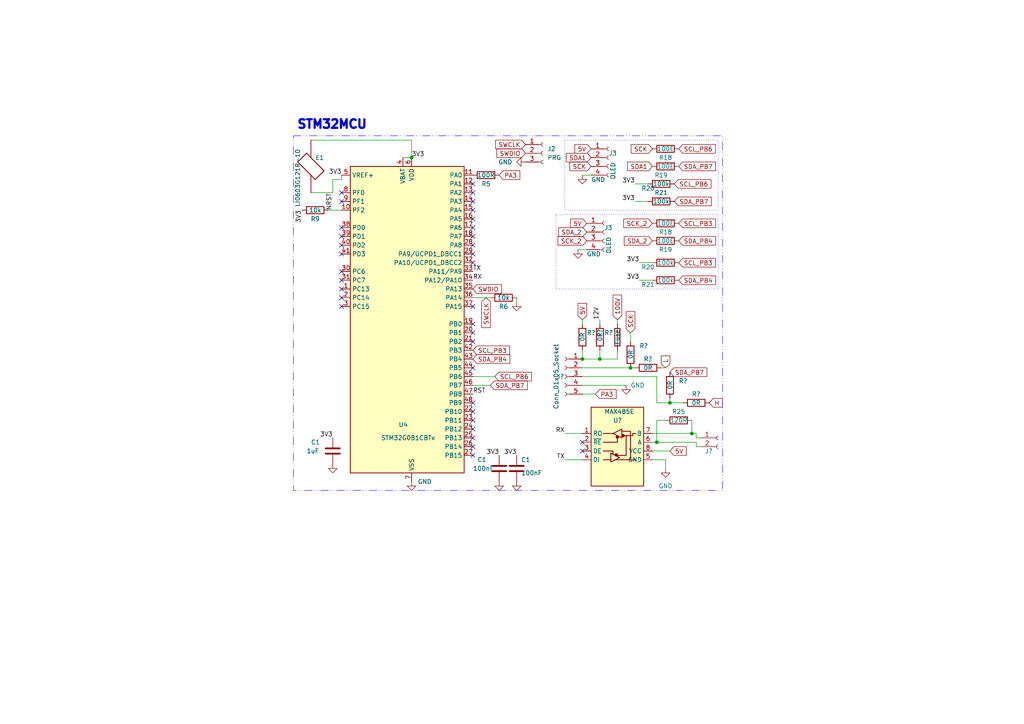
<source format=kicad_sch>
(kicad_sch (version 20230121) (generator eeschema)
  (paper "A4")
  (lib_symbols
    (symbol "Connector:Conn_01x02_Socket" (pin_names (offset 1.016) hide)
      (property "Reference" "J" (at 0 2.54 0))
      (property "Value" "Conn_01x02_Socket" (at 0 -5.08 0))
      (symbol "Conn_01x02_Socket_1_1"
        (arc (start 0 -2.032) (mid -0.5058 -2.54) (end 0 -3.048) (stroke (width 0.1524)))
        (polyline (pts (xy -1.27 -2.54) (xy -0.508 -2.54)) (stroke (width 0.1524)))
        (polyline (pts (xy -1.27 0) (xy -0.508 0)) (stroke (width 0.1524)))
        (arc (start 0 0.508) (mid -0.5058 0) (end 0 -0.508) (stroke (width 0.1524)))
        (pin passive line (at -5.08 0 0) (length 3.81) (name "Pin_1") (number "1"))
        (pin passive line (at -5.08 -2.54 0) (length 3.81) (name "Pin_2") (number "2"))
      )
    )
    (symbol "Connector:Conn_01x03_Socket" (pin_names (offset 1.016) hide)
      (property "Reference" "J" (at 0 5.08 0))
      (property "Value" "Conn_01x03_Socket" (at 0 -5.08 0))
      (symbol "Conn_01x03_Socket_1_1"
        (arc (start 0 -2.032) (mid -0.5058 -2.54) (end 0 -3.048) (stroke (width 0.1524)))
        (polyline (pts (xy -1.27 -2.54) (xy -0.508 -2.54)) (stroke (width 0.1524)))
        (polyline (pts (xy -1.27 0) (xy -0.508 0)) (stroke (width 0.1524)))
        (polyline (pts (xy -1.27 2.54) (xy -0.508 2.54)) (stroke (width 0.1524)))
        (arc (start 0 0.508) (mid -0.5058 0) (end 0 -0.508) (stroke (width 0.1524)))
        (arc (start 0 3.048) (mid -0.5058 2.54) (end 0 2.032) (stroke (width 0.1524)))
        (pin passive line (at -5.08 2.54 0) (length 3.81) (name "Pin_1") (number "1"))
        (pin passive line (at -5.08 0 0) (length 3.81) (name "Pin_2") (number "2"))
        (pin passive line (at -5.08 -2.54 0) (length 3.81) (name "Pin_3") (number "3"))
      )
    )
    (symbol "Connector:Conn_01x04_Socket" (pin_names (offset 1.016) hide)
      (property "Reference" "J" (at 0 5.08 0))
      (property "Value" "Conn_01x04_Socket" (at 0 -7.62 0))
      (symbol "Conn_01x04_Socket_1_1"
        (arc (start 0 -4.572) (mid -0.5058 -5.08) (end 0 -5.588) (stroke (width 0.1524)))
        (arc (start 0 -2.032) (mid -0.5058 -2.54) (end 0 -3.048) (stroke (width 0.1524)))
        (polyline (pts (xy -1.27 -5.08) (xy -0.508 -5.08)) (stroke (width 0.1524)))
        (polyline (pts (xy -1.27 -2.54) (xy -0.508 -2.54)) (stroke (width 0.1524)))
        (polyline (pts (xy -1.27 0) (xy -0.508 0)) (stroke (width 0.1524)))
        (polyline (pts (xy -1.27 2.54) (xy -0.508 2.54)) (stroke (width 0.1524)))
        (arc (start 0 0.508) (mid -0.5058 0) (end 0 -0.508) (stroke (width 0.1524)))
        (arc (start 0 3.048) (mid -0.5058 2.54) (end 0 2.032) (stroke (width 0.1524)))
        (pin passive line (at -5.08 2.54 0) (length 3.81) (name "Pin_1") (number "1"))
        (pin passive line (at -5.08 0 0) (length 3.81) (name "Pin_2") (number "2"))
        (pin passive line (at -5.08 -2.54 0) (length 3.81) (name "Pin_3") (number "3"))
        (pin passive line (at -5.08 -5.08 0) (length 3.81) (name "Pin_4") (number "4"))
      )
    )
    (symbol "Connector:Conn_01x05_Socket" (pin_names (offset 1.016) hide)
      (property "Reference" "J" (at 0 7.62 0))
      (property "Value" "Conn_01x05_Socket" (at 0 -7.62 0))
      (symbol "Conn_01x05_Socket_1_1"
        (arc (start 0 -4.572) (mid -0.5058 -5.08) (end 0 -5.588) (stroke (width 0.1524)))
        (arc (start 0 -2.032) (mid -0.5058 -2.54) (end 0 -3.048) (stroke (width 0.1524)))
        (polyline (pts (xy -1.27 -5.08) (xy -0.508 -5.08)) (stroke (width 0.1524)))
        (polyline (pts (xy -1.27 -2.54) (xy -0.508 -2.54)) (stroke (width 0.1524)))
        (polyline (pts (xy -1.27 0) (xy -0.508 0)) (stroke (width 0.1524)))
        (polyline (pts (xy -1.27 2.54) (xy -0.508 2.54)) (stroke (width 0.1524)))
        (polyline (pts (xy -1.27 5.08) (xy -0.508 5.08)) (stroke (width 0.1524)))
        (arc (start 0 0.508) (mid -0.5058 0) (end 0 -0.508) (stroke (width 0.1524)))
        (arc (start 0 3.048) (mid -0.5058 2.54) (end 0 2.032) (stroke (width 0.1524)))
        (arc (start 0 5.588) (mid -0.5058 5.08) (end 0 4.572) (stroke (width 0.1524)))
        (pin passive line (at -5.08 5.08 0) (length 3.81) (name "Pin_1") (number "1"))
        (pin passive line (at -5.08 2.54 0) (length 3.81) (name "Pin_2") (number "2"))
        (pin passive line (at -5.08 0 0) (length 3.81) (name "Pin_3") (number "3"))
        (pin passive line (at -5.08 -2.54 0) (length 3.81) (name "Pin_4") (number "4"))
        (pin passive line (at -5.08 -5.08 0) (length 3.81) (name "Pin_5") (number "5"))
      )
    )
    (symbol "Device:C" (pin_numbers hide) (pin_names (offset 0.254))
      (property "Reference" "C" (at 0.635 2.54 0))
      (property "Value" "C" (at 0.635 -2.54 0))
      (symbol "C_0_1"
        (polyline (pts (xy -2.032 -0.762) (xy 2.032 -0.762)) (stroke (width 0.508)))
        (polyline (pts (xy -2.032 0.762) (xy 2.032 0.762)) (stroke (width 0.508)))
      )
      (symbol "C_1_1"
        (pin passive line (at 0 3.81 270) (length 2.794) (name "~") (number "1"))
        (pin passive line (at 0 -3.81 90) (length 2.794) (name "~") (number "2"))
      )
    )
    (symbol "Device:Fuse" (pin_numbers hide) (pin_names (offset 0))
      (property "Reference" "F" (at 2.032 0 90))
      (property "Value" "Fuse" (at -1.905 0 90))
      (symbol "Fuse_0_1"
        (rectangle (start -0.762 -2.54) (end 0.762 2.54) (stroke (width 0.254)))
        (polyline (pts (xy 0 2.54) (xy 0 -2.54)))
      )
      (symbol "Fuse_1_1"
        (pin passive line (at 0 3.81 270) (length 1.27) (name "~") (number "1"))
        (pin passive line (at 0 -3.81 90) (length 1.27) (name "~") (number "2"))
      )
    )
    (symbol "Device:R" (pin_numbers hide) (pin_names (offset 0))
      (property "Reference" "R" (at 2.032 0 90))
      (property "Value" "R" (at 0 0 90))
      (symbol "R_0_1"
        (rectangle (start -1.016 -2.54) (end 1.016 2.54) (stroke (width 0.254)))
      )
      (symbol "R_1_1"
        (pin passive line (at 0 3.81 270) (length 1.27) (name "~") (number "1"))
        (pin passive line (at 0 -3.81 90) (length 1.27) (name "~") (number "2"))
      )
    )
    (symbol "Interface_UART:MAX485E"
      (property "Reference" "U2" (at -3.81 11.43 0))
      (property "Value" "MAX485E" (at -1.27 11.43 0))
      (symbol "MAX485E_0_1"
        (rectangle (start -7.62 10.16) (end 7.62 -12.7) (stroke (width 0.254)) (fill (type background)))
        (circle (center -0.3048 -3.683) (radius 0.3556) (stroke (width 0.254)) (fill (type outline)))
        (circle (center -0.0254 1.4986) (radius 0.3556) (stroke (width 0.254)) (fill (type outline)))
        (polyline (pts (xy -4.064 -5.08) (xy -1.905 -5.08)) (stroke (width 0.254)))
        (polyline (pts (xy -4.064 2.54) (xy -1.27 2.54)) (stroke (width 0.254)))
        (polyline (pts (xy -1.27 -3.2004) (xy -1.27 -3.4544)) (stroke (width 0.254)))
        (polyline (pts (xy -0.635 -5.08) (xy 5.334 -5.08)) (stroke (width 0.254)))
        (polyline (pts (xy -4.064 -2.54) (xy -1.27 -2.54) (xy -1.27 -3.175)) (stroke (width 0.254)))
        (polyline (pts (xy 0 1.27) (xy 0 0) (xy -4.064 0)) (stroke (width 0.254)))
        (polyline (pts (xy 1.27 3.175) (xy 3.81 3.175) (xy 3.81 -5.08)) (stroke (width 0.254)))
        (polyline (pts (xy 2.54 1.905) (xy 2.54 -3.81) (xy 0 -3.81)) (stroke (width 0.254)))
        (polyline (pts (xy -1.905 -3.175) (xy -1.905 -5.715) (xy 0.635 -4.445) (xy -1.905 -3.175)) (stroke (width 0.254)))
        (polyline (pts (xy -1.27 2.54) (xy 1.27 3.81) (xy 1.27 1.27) (xy -1.27 2.54)) (stroke (width 0.254)))
        (polyline (pts (xy 1.905 1.905) (xy 4.445 1.905) (xy 4.445 2.54) (xy 5.334 2.54)) (stroke (width 0.254)))
        (rectangle (start 1.27 3.175) (end 1.27 3.175))
        (circle (center 1.651 1.905) (radius 0.3556) (stroke (width 0.254)) (fill (type outline)))
      )
      (symbol "MAX485E_1_1"
        (pin input line (at -10.16 2.54 0) (length 2.54) (name "RO") (number "1"))
        (pin input line (at -10.16 0 0) (length 2.54) (name "~{RE}") (number "2"))
        (pin input line (at -10.16 -2.54 0) (length 2.54) (name "DE") (number "3"))
        (pin input line (at -10.16 -5.08 0) (length 2.54) (name "DI") (number "4"))
        (pin power_in line (at 10.16 -5.08 180) (length 2.54) (name "GND") (number "5"))
        (pin bidirectional line (at 10.16 0 180) (length 2.54) (name "A") (number "6"))
        (pin bidirectional line (at 10.16 2.54 180) (length 2.54) (name "B") (number "7"))
        (pin input line (at 10.16 -2.54 180) (length 2.54) (name "VCC") (number "8"))
      )
    )
    (symbol "LI0603G121R-10:LI0603G121R-10" (pin_numbers hide) (pin_names (offset 1.016) hide)
      (property "Reference" "E" (at -7.62 5.08 0))
      (property "Value" "LI0603G121R-10" (at -7.62 -7.62 0))
      (symbol "LI0603G121R-10_0_0"
        (polyline (pts (xy -3.81 -1.27) (xy -1.27 -3.81)) (stroke (width 0.254)))
        (polyline (pts (xy -1.27 -3.81) (xy 3.81 1.27)) (stroke (width 0.254)))
        (polyline (pts (xy 1.27 3.81) (xy -3.81 -1.27)) (stroke (width 0.254)))
        (polyline (pts (xy 3.81 1.27) (xy 1.27 3.81)) (stroke (width 0.254)))
        (pin passive line (at -7.62 0 0) (length 5.08) (name "~") (number "1"))
        (pin passive line (at 7.62 0 180) (length 5.08) (name "~") (number "2"))
      )
    )
    (symbol "MCU_ST_STM32G0:STM32G0B1CBTx"
      (property "Reference" "U" (at -15.24 46.99 0))
      (property "Value" "STM32G0B1CBTx" (at 5.08 46.99 0))
      (symbol "STM32G0B1CBTx_0_1"
        (rectangle (start -15.24 -43.18) (end 17.78 45.72) (stroke (width 0.254)) (fill (type background)))
      )
      (symbol "STM32G0B1CBTx_1_1"
        (pin bidirectional line (at -17.78 10.16 0) (length 2.54) (name "PC13") (number "1"))
        (pin bidirectional line (at -17.78 33.02 0) (length 2.54) (name "PF2") (number "10"))
        (pin bidirectional line (at 20.32 43.18 180) (length 2.54) (name "PA0") (number "11"))
        (pin bidirectional line (at 20.32 40.64 180) (length 2.54) (name "PA1") (number "12"))
        (pin bidirectional line (at 20.32 38.1 180) (length 2.54) (name "PA2") (number "13"))
        (pin bidirectional line (at 20.32 35.56 180) (length 2.54) (name "PA3") (number "14"))
        (pin bidirectional line (at 20.32 33.02 180) (length 2.54) (name "PA4") (number "15"))
        (pin bidirectional line (at 20.32 30.48 180) (length 2.54) (name "PA5") (number "16"))
        (pin bidirectional line (at 20.32 27.94 180) (length 2.54) (name "PA6") (number "17"))
        (pin bidirectional line (at 20.32 25.4 180) (length 2.54) (name "PA7") (number "18"))
        (pin bidirectional line (at 20.32 0 180) (length 2.54) (name "PB0") (number "19"))
        (pin bidirectional line (at -17.78 7.62 0) (length 2.54) (name "PC14") (number "2"))
        (pin bidirectional line (at 20.32 -2.54 180) (length 2.54) (name "PB1") (number "20"))
        (pin bidirectional line (at 20.32 -5.08 180) (length 2.54) (name "PB2") (number "21"))
        (pin bidirectional line (at 20.32 -25.4 180) (length 2.54) (name "PB10") (number "22"))
        (pin bidirectional line (at 20.32 -27.94 180) (length 2.54) (name "PB11") (number "23"))
        (pin bidirectional line (at 20.32 -30.48 180) (length 2.54) (name "PB12") (number "24"))
        (pin bidirectional line (at 20.32 -33.02 180) (length 2.54) (name "PB13") (number "25"))
        (pin bidirectional line (at 20.32 -35.56 180) (length 2.54) (name "PB14") (number "26"))
        (pin bidirectional line (at 20.32 -38.1 180) (length 2.54) (name "PB15") (number "27"))
        (pin bidirectional line (at 20.32 22.86 180) (length 2.54) (name "PA8") (number "28"))
        (pin bidirectional line (at 20.32 20.32 180) (length 2.54) (name "PA9/UCPD1_DBCC1") (number "29"))
        (pin bidirectional line (at -17.78 5.08 0) (length 2.54) (name "PC15") (number "3"))
        (pin bidirectional line (at -17.78 15.24 0) (length 2.54) (name "PC6") (number "30"))
        (pin bidirectional line (at -17.78 12.7 0) (length 2.54) (name "PC7") (number "31"))
        (pin bidirectional line (at 20.32 17.78 180) (length 2.54) (name "PA10/UCPD1_DBCC2") (number "32"))
        (pin bidirectional line (at 20.32 15.24 180) (length 2.54) (name "PA11/PA9") (number "33"))
        (pin bidirectional line (at 20.32 12.7 180) (length 2.54) (name "PA12/PA10") (number "34"))
        (pin bidirectional line (at 20.32 10.16 180) (length 2.54) (name "PA13") (number "35"))
        (pin bidirectional line (at 20.32 7.62 180) (length 2.54) (name "PA14") (number "36"))
        (pin bidirectional line (at 20.32 5.08 180) (length 2.54) (name "PA15") (number "37"))
        (pin bidirectional line (at -17.78 27.94 0) (length 2.54) (name "PD0") (number "38"))
        (pin bidirectional line (at -17.78 25.4 0) (length 2.54) (name "PD1") (number "39"))
        (pin power_in line (at 0 48.26 270) (length 2.54) (name "VBAT") (number "4"))
        (pin bidirectional line (at -17.78 22.86 0) (length 2.54) (name "PD2") (number "40"))
        (pin bidirectional line (at -17.78 20.32 0) (length 2.54) (name "PD3") (number "41"))
        (pin bidirectional line (at 20.32 -7.62 180) (length 2.54) (name "PB3") (number "42"))
        (pin bidirectional line (at 20.32 -10.16 180) (length 2.54) (name "PB4") (number "43"))
        (pin bidirectional line (at 20.32 -12.7 180) (length 2.54) (name "PB5") (number "44"))
        (pin bidirectional line (at 20.32 -15.24 180) (length 2.54) (name "PB6") (number "45"))
        (pin bidirectional line (at 20.32 -17.78 180) (length 2.54) (name "PB7") (number "46"))
        (pin bidirectional line (at 20.32 -20.32 180) (length 2.54) (name "PB8") (number "47"))
        (pin bidirectional line (at 20.32 -22.86 180) (length 2.54) (name "PB9") (number "48"))
        (pin input line (at -17.78 43.18 0) (length 2.54) (name "VREF+") (number "5"))
        (pin power_in line (at 2.54 48.26 270) (length 2.54) (name "VDD") (number "6"))
        (pin power_in line (at 2.54 -45.72 90) (length 2.54) (name "VSS") (number "7"))
        (pin bidirectional line (at -17.78 38.1 0) (length 2.54) (name "PF0") (number "8"))
        (pin bidirectional line (at -17.78 35.56 0) (length 2.54) (name "PF1") (number "9"))
      )
    )
    (symbol "power:GND" (power) (pin_names (offset 0))
      (property "Value" "GND" (at 0 -3.81 0))
      (symbol "GND_0_1"
        (polyline (pts (xy 0 0) (xy 0 -1.27) (xy 1.27 -1.27) (xy 0 -2.54) (xy -1.27 -1.27) (xy 0 -1.27)))
      )
      (symbol "GND_1_1"
        (pin power_in line (at 0 0 270) (length 0) hide (name "GND") (number "1"))
      )
    )
  )
  (junction (at 182.88 106.68))
  (junction (at 190.5 128.27))
  (junction (at 119.38 45.72))
  (junction (at 173.99 104.14))
  (junction (at 200.66 125.73))
  (junction (at 194.31 116.84))
  (junction (at 168.91 104.14))
  (no_connect (at 99.06 66.04))
  (no_connect (at 137.16 99.06))
  (no_connect (at 137.16 76.2))
  (no_connect (at 168.91 130.81))
  (no_connect (at 137.16 55.88))
  (no_connect (at 137.16 106.68))
  (no_connect (at 99.06 71.12))
  (no_connect (at 137.16 71.12))
  (no_connect (at 137.16 124.46))
  (no_connect (at 99.06 58.42))
  (no_connect (at 137.16 73.66))
  (no_connect (at 137.16 63.5))
  (no_connect (at 137.16 129.54))
  (no_connect (at 99.06 55.88))
  (no_connect (at 137.16 132.08))
  (no_connect (at 99.06 83.82))
  (no_connect (at 99.06 88.9))
  (no_connect (at 99.06 68.58))
  (no_connect (at 137.16 53.34))
  (no_connect (at 99.06 73.66))
  (no_connect (at 137.16 60.96))
  (no_connect (at 168.91 128.27))
  (no_connect (at 137.16 116.84))
  (no_connect (at 137.16 58.42))
  (no_connect (at 99.06 81.28))
  (no_connect (at 137.16 121.92))
  (no_connect (at 99.06 86.36))
  (no_connect (at 137.16 96.52))
  (no_connect (at 137.16 93.98))
  (no_connect (at 137.16 127))
  (no_connect (at 137.16 88.9))
  (no_connect (at 137.16 68.58))
  (no_connect (at 99.06 78.74))
  (no_connect (at 137.16 66.04))
  (no_connect (at 137.16 119.38))
  (wire (pts (xy 194.31 116.84) (xy 194.31 115.57)))
  (wire (pts (xy 168.91 106.68) (xy 182.88 106.68)))
  (wire (pts (xy 90.17 55.88) (xy 96.52 55.88)))
  (wire (pts (xy 173.99 92.71) (xy 173.99 93.98)))
  (wire (pts (xy 96.52 52.07) (xy 99.06 52.07)))
  (wire (pts (xy 193.04 121.92) (xy 190.5 121.92)))
  (wire (pts (xy 96.52 55.88) (xy 96.52 52.07)))
  (wire (pts (xy 201.93 129.54) (xy 203.2 129.54)))
  (wire (pts (xy 179.07 104.14) (xy 173.99 104.14)))
  (wire (pts (xy 168.91 50.8) (xy 171.45 50.8)))
  (wire (pts (xy 185.42 81.28) (xy 189.23 81.28)))
  (wire (pts (xy 190.5 109.22) (xy 190.5 116.84)))
  (wire (pts (xy 179.07 101.6) (xy 179.07 104.14)))
  (wire (pts (xy 173.99 104.14) (xy 168.91 104.14)))
  (wire (pts (xy 193.04 133.35) (xy 193.04 135.89)))
  (wire (pts (xy 181.61 111.76) (xy 168.91 111.76)))
  (wire (pts (xy 167.64 72.39) (xy 170.18 72.39)))
  (wire (pts (xy 189.23 125.73) (xy 200.66 125.73)))
  (wire (pts (xy 189.23 133.35) (xy 193.04 133.35)))
  (wire (pts (xy 149.86 87.63) (xy 149.86 86.36)))
  (wire (pts (xy 189.23 128.27) (xy 190.5 128.27)))
  (wire (pts (xy 168.91 114.3) (xy 172.72 114.3)))
  (wire (pts (xy 190.5 128.27) (xy 201.93 128.27)))
  (wire (pts (xy 119.38 40.64) (xy 119.38 45.72)))
  (wire (pts (xy 168.91 109.22) (xy 190.5 109.22)))
  (wire (pts (xy 194.31 116.84) (xy 198.12 116.84)))
  (wire (pts (xy 200.66 121.92) (xy 200.66 125.73)))
  (wire (pts (xy 200.66 125.73) (xy 201.93 125.73)))
  (wire (pts (xy 184.15 58.42) (xy 187.96 58.42)))
  (wire (pts (xy 143.51 109.22) (xy 137.16 109.22)))
  (wire (pts (xy 95.25 60.96) (xy 99.06 60.96)))
  (wire (pts (xy 173.99 101.6) (xy 173.99 104.14)))
  (wire (pts (xy 191.77 106.68) (xy 193.04 106.68)))
  (wire (pts (xy 163.83 133.35) (xy 168.91 133.35)))
  (wire (pts (xy 182.88 106.68) (xy 184.15 106.68)))
  (wire (pts (xy 190.5 116.84) (xy 194.31 116.84)))
  (wire (pts (xy 185.42 76.2) (xy 189.23 76.2)))
  (wire (pts (xy 179.07 92.71) (xy 179.07 93.98)))
  (wire (pts (xy 189.23 130.81) (xy 194.31 130.81)))
  (wire (pts (xy 168.91 92.71) (xy 168.91 93.98)))
  (wire (pts (xy 182.88 96.52) (xy 182.88 99.06)))
  (wire (pts (xy 90.17 40.64) (xy 119.38 40.64)))
  (wire (pts (xy 168.91 101.6) (xy 168.91 104.14)))
  (wire (pts (xy 190.5 121.92) (xy 190.5 128.27)))
  (wire (pts (xy 119.38 45.72) (xy 116.84 45.72)))
  (wire (pts (xy 163.83 125.73) (xy 168.91 125.73)))
  (wire (pts (xy 142.24 86.36) (xy 137.16 86.36)))
  (wire (pts (xy 201.93 128.27) (xy 201.93 129.54)))
  (wire (pts (xy 184.15 53.34) (xy 187.96 53.34)))
  (wire (pts (xy 142.24 111.76) (xy 137.16 111.76)))
  (wire (pts (xy 99.06 52.07) (xy 99.06 50.8)))
  (wire (pts (xy 201.93 127) (xy 203.2 127)))
  (wire (pts (xy 201.93 125.73) (xy 201.93 127)))
  (rectangle (start 161.29 62.23) (end 208.28 83.82) (stroke (width 0) (type dot)))
  (rectangle (start 85.09 39.37) (end 209.55 142.24) (stroke (width 0.2) (type dash_dot_dot) (color 102 74 255 1)))
  (rectangle (start 163.83 40.64) (end 208.28 60.96) (stroke (width 0) (type dot)))
  (text "STM32MCU\n\n\n" (at 106.68 45.72 0) (effects (font (size 2.5 2.5) (thickness 0.65) bold) (justify right bottom)))
  (label "TX" (at 163.83 133.35 180))
  (label "12V" (at 173.99 92.71 90))
  (label "3V3" (at 185.42 76.2 180))
  (label "3V3" (at 144.78 132.08 180))
  (label "3V3" (at 119.38 45.72 0))
  (label "3V3" (at 184.15 53.34 180))
  (label "RX" (at 137.16 81.28 0))
  (label "3V3" (at 185.42 81.28 180))
  (label "RX" (at 163.83 125.73 180))
  (label "RST" (at 137.16 114.3 0))
  (label "3V3" (at 184.15 58.42 180))
  (label "3V3" (at 87.63 60.96 270))
  (label "NRST" (at 96.52 60.96 90))
  (label "3V3" (at 149.86 132.08 180))
  (label "3V3" (at 96.52 127 180))
  (label "3V3" (at 99.06 50.8 180))
  (label "TX" (at 137.16 78.74 0))
  (global_label "SDA_PB7" (shape input) (at 196.85 48.26 0) (property "Intersheetrefs" "${INTERSHEET_REFS}" (effects hide)))
  (global_label "SCL_PB3" (shape input) (at 196.85 76.2 0) (property "Intersheetrefs" "${INTERSHEET_REFS}" (effects hide)))
  (global_label "5V" (shape input) (at 171.45 43.18 180) (property "Intersheetrefs" "${INTERSHEET_REFS}" (effects hide)))
  (global_label "PA3" (shape input) (at 172.72 114.3 0) (property "Intersheetrefs" "${INTERSHEET_REFS}" (effects hide)))
  (global_label "SCK_2" (shape input) (at 170.18 69.85 180) (property "Intersheetrefs" "${INTERSHEET_REFS}" (effects hide)))
  (global_label "H" (shape input) (at 205.74 116.84 0) (property "Intersheetrefs" "${INTERSHEET_REFS}" (effects hide)))
  (global_label "SDA_PB4" (shape input) (at 196.85 69.85 0) (property "Intersheetrefs" "${INTERSHEET_REFS}" (effects hide)))
  (global_label "SDA1" (shape input) (at 171.45 45.72 180) (property "Intersheetrefs" "${INTERSHEET_REFS}" (effects hide)))
  (global_label "5V" (shape input) (at 170.18 64.77 180) (property "Intersheetrefs" "${INTERSHEET_REFS}" (effects hide)))
  (global_label "SCL_PB6" (shape input) (at 196.85 43.18 0) (property "Intersheetrefs" "${INTERSHEET_REFS}" (effects hide)))
  (global_label "5V" (shape input) (at 194.31 130.81 0) (property "Intersheetrefs" "${INTERSHEET_REFS}" (effects hide)))
  (global_label "SDA_PB7" (shape input) (at 194.31 107.95 0) (property "Intersheetrefs" "${INTERSHEET_REFS}" (effects hide)))
  (global_label "5V" (shape input) (at 168.91 92.71 90) (property "Intersheetrefs" "${INTERSHEET_REFS}" (effects hide)))
  (global_label "L" (shape input) (at 193.04 106.68 90) (property "Intersheetrefs" "${INTERSHEET_REFS}" (effects hide)))
  (global_label "100V" (shape input) (at 179.07 92.71 90) (property "Intersheetrefs" "${INTERSHEET_REFS}" (effects hide)))
  (global_label "SCK" (shape input) (at 171.45 48.26 180) (property "Intersheetrefs" "${INTERSHEET_REFS}" (effects hide)))
  (global_label "SCK" (shape input) (at 189.23 43.18 180) (property "Intersheetrefs" "${INTERSHEET_REFS}" (effects hide)))
  (global_label "SCL_PB3" (shape input) (at 196.85 64.77 0) (property "Intersheetrefs" "${INTERSHEET_REFS}" (effects hide)))
  (global_label "SCL_PB3" (shape input) (at 137.16 101.6 0) (property "Intersheetrefs" "${INTERSHEET_REFS}" (effects hide)))
  (global_label "SCK_2" (shape input) (at 189.23 64.77 180) (property "Intersheetrefs" "${INTERSHEET_REFS}" (effects hide)))
  (global_label "SDA_PB7" (shape input) (at 195.58 58.42 0) (property "Intersheetrefs" "${INTERSHEET_REFS}" (effects hide)))
  (global_label "SDA_PB4" (shape input) (at 196.85 81.28 0) (property "Intersheetrefs" "${INTERSHEET_REFS}" (effects hide)))
  (global_label "SWDIO" (shape input) (at 152.4 44.45 180) (property "Intersheetrefs" "${INTERSHEET_REFS}" (effects hide)))
  (global_label "SCL_PB6" (shape input) (at 143.51 109.22 0) (property "Intersheetrefs" "${INTERSHEET_REFS}" (effects hide)))
  (global_label "SCL_PB6" (shape input) (at 195.58 53.34 0) (property "Intersheetrefs" "${INTERSHEET_REFS}" (effects hide)))
  (global_label "SWCLK" (shape input) (at 140.97 86.36 270) (property "Intersheetrefs" "${INTERSHEET_REFS}" (effects hide)))
  (global_label "SCK" (shape input) (at 182.88 96.52 90) (property "Intersheetrefs" "${INTERSHEET_REFS}" (effects hide)))
  (global_label "PA3" (shape input) (at 144.78 50.8 0) (property "Intersheetrefs" "${INTERSHEET_REFS}" (effects hide)))
  (global_label "SDA1" (shape input) (at 189.23 48.26 180) (property "Intersheetrefs" "${INTERSHEET_REFS}" (effects hide)))
  (global_label "SDA_2" (shape input) (at 170.18 67.31 180) (property "Intersheetrefs" "${INTERSHEET_REFS}" (effects hide)))
  (global_label "SWDIO" (shape input) (at 137.16 83.82 0) (property "Intersheetrefs" "${INTERSHEET_REFS}" (effects hide)))
  (global_label "SWCLK" (shape input) (at 152.4 41.91 180) (property "Intersheetrefs" "${INTERSHEET_REFS}" (effects hide)))
  (global_label "SDA_PB4" (shape input) (at 137.16 104.14 0) (property "Intersheetrefs" "${INTERSHEET_REFS}" (effects hide)))
  (global_label "SDA_PB7" (shape input) (at 142.24 111.76 0) (property "Intersheetrefs" "${INTERSHEET_REFS}" (effects hide)))
  (global_label "SDA_2" (shape input) (at 189.23 69.85 180) (property "Intersheetrefs" "${INTERSHEET_REFS}" (effects hide)))
  (symbol (lib_id "Device:R") (at 173.99 97.79 0) (unit 1)
    (property "Reference" "R?" (at 175.26 96.52 0) (effects (justify left)))
    (property "Value" "0R" (at 173.99 99.06 90) (effects (justify left)))
    (property "Footprint" "Resistor_SMD:R_0603_1608Metric_Pad0.98x0.95mm_HandSolder" (effects hide))
    (instances (project "SOC 2" (path "" (reference "R?") (unit 1))) (project "SOC DISPLAY" (path "" (reference "R6") (unit 1)) (path "" (reference "R205") (unit 1))))
  )
  (symbol (lib_id "power:GND") (at 193.04 135.89 0) (unit 1)
    (property "Reference" "#PWR021" (effects hide))
    (property "Value" "GND" (at 193.04 140.97 0))
    (instances (project "SOC 2" (path "" (reference "#PWR021") (unit 1))) (project "SOC DISPLAY" (path "" (reference "#PWR011") (unit 1)) (path "" (reference "#PWR0210") (unit 1))))
  )
  (symbol (lib_id "Connector:Conn_01x03_Socket") (at 157.48 44.45 0) (unit 1)
    (property "Reference" "J2" (at 158.75 43.18 0) (effects (justify left)))
    (property "Value" "PRG" (at 158.75 45.72 0) (effects (justify left)))
    (property "Footprint" "TerminalBlock:TerminalBlock_bornier-3_P5.08mm" (effects hide))
    (instances (project "SOC 2" (path "" (reference "J2") (unit 1))) (project "SOC DISPLAY" (path "" (reference "J1") (unit 1)) (path "" (reference "J201") (unit 1))))
  )
  (symbol (lib_id "power:GND") (at 119.38 139.7 0) (unit 1)
    (property "Reference" "#PWR010" (effects hide))
    (property "Value" "GND" (at 123.19 139.7 0))
    (instances (project "SOC 2" (path "" (reference "#PWR010") (unit 1))) (project "SOC DISPLAY" (path "" (reference "#PWR02") (unit 1)) (path "" (reference "#PWR0202") (unit 1))))
  )
  (symbol (lib_id "Device:R") (at 140.97 50.8 90) (unit 1)
    (property "Reference" "R5" (at 140.97 53.34 90))
    (property "Value" "100R" (at 140.97 50.8 90))
    (property "Footprint" "Resistor_SMD:R_0603_1608Metric_Pad0.98x0.95mm_HandSolder" (effects hide))
    (instances (project "SOC 2" (path "" (reference "R5") (unit 1))) (project "SOC DISPLAY" (path "" (reference "R3") (unit 1)) (path "" (reference "R202") (unit 1))))
  )
  (symbol (lib_id "Device:R") (at 194.31 111.76 0) (unit 1)
    (property "Reference" "R?" (at 196.85 110.49 0) (effects (justify left)))
    (property "Value" "0R" (at 194.31 113.03 90) (effects (justify left)))
    (property "Footprint" "Resistor_SMD:R_0603_1608Metric_Pad0.98x0.95mm_HandSolder" (effects hide))
    (instances (project "SOC 2" (path "" (reference "R?") (unit 1))) (project "SOC DISPLAY" (path "" (reference "R17") (unit 1)) (path "" (reference "R216") (unit 1))))
  )
  (symbol (lib_id "Device:R") (at 201.93 116.84 90) (unit 1)
    (property "Reference" "R?" (at 201.93 114.3 90))
    (property "Value" "0R" (at 201.93 116.84 90))
    (property "Footprint" "Resistor_SMD:R_0603_1608Metric_Pad0.98x0.95mm_HandSolder" (effects hide))
    (instances (project "SOC 2" (path "" (reference "R?") (unit 1))) (project "SOC DISPLAY" (path "" (reference "R19") (unit 1)) (path "" (reference "R218") (unit 1))))
  )
  (symbol (lib_id "Interface_UART:MAX485E") (at 179.07 128.27 0) (unit 1)
    (property "Reference" "U?" (at 177.8 121.92 0) (effects (justify left)))
    (property "Value" "MAX485E" (at 175.26 119.38 0) (effects (justify left)))
    (property "Footprint" "MAX485ESA_T.kicad_mod files:SOIC127P600X175-8N" (effects hide))
    (property "Datasheet" "https://datasheets.maximintegrated.com/en/ds/MAX1487E-MAX491E.pdf" (effects hide))
    (instances (project "SOC 2" (path "" (reference "U?") (unit 1))) (project "SOC DISPLAY" (path "" (reference "U2") (unit 1)) (path "" (reference "U202") (unit 1))))
  )
  (symbol (lib_id "Connector:Conn_01x04_Socket") (at 175.26 67.31 0) (unit 1)
    (property "Reference" "J3" (at 175.26 66.04 0) (effects (justify left)))
    (property "Value" "OLED" (at 176.53 73.66 90) (effects (justify left)))
    (property "Footprint" "TerminalBlock:TerminalBlock_bornier-4_P5.08mm" (effects hide))
    (instances (project "SOC 2" (path "" (reference "J3") (unit 1))) (project "SOC DISPLAY" (path "" (reference "J3") (unit 1)) (path "" (reference "J203") (unit 1))))
  )
  (symbol (lib_id "Device:R") (at 196.85 121.92 90) (unit 1)
    (property "Reference" "R25" (at 196.85 119.38 90))
    (property "Value" "120R" (at 196.85 121.92 90))
    (property "Footprint" "Resistor_SMD:R_0603_1608Metric_Pad0.98x0.95mm_HandSolder" (effects hide))
    (instances (project "SOC 2" (path "" (reference "R25") (unit 1))) (project "SOC DISPLAY" (path "" (reference "R18") (unit 1)) (path "" (reference "R217") (unit 1))))
  )
  (symbol (lib_id "Device:R") (at 187.96 106.68 90) (unit 1)
    (property "Reference" "R?" (at 187.96 104.14 90))
    (property "Value" "0R" (at 187.96 106.68 90))
    (property "Footprint" "Resistor_SMD:R_0603_1608Metric_Pad0.98x0.95mm_HandSolder" (effects hide))
    (instances (project "SOC 2" (path "" (reference "R?") (unit 1))) (project "SOC DISPLAY" (path "" (reference "R8") (unit 1)) (path "" (reference "R207") (unit 1))))
  )
  (symbol (lib_id "power:GND") (at 149.86 87.63 0) (unit 1)
    (property "Reference" "#PWR016" (effects hide))
    (property "Value" "GND" (effects hide))
    (instances (project "SOC 2" (path "" (reference "#PWR016") (unit 1))) (project "SOC DISPLAY" (path "" (reference "#PWR05") (unit 1)) (path "" (reference "#PWR0204") (unit 1))))
  )
  (symbol (lib_id "power:GND") (at 144.78 139.7 0) (unit 1)
    (property "Reference" "#PWR01" (effects hide))
    (property "Value" "GND" (effects hide))
    (instances (project "SOC 2" (path "" (reference "#PWR01") (unit 1))) (project "SOC DISPLAY" (path "" (reference "#PWR04") (unit 1)) (path "" (reference "#PWR0203") (unit 1))))
  )
  (symbol (lib_id "power:GND") (at 152.4 46.99 270) (unit 1)
    (property "Reference" "#PWR018" (effects hide))
    (property "Value" "GND" (at 148.59 46.99 90) (effects (justify right)))
    (instances (project "SOC 2" (path "" (reference "#PWR018") (unit 1))) (project "SOC DISPLAY" (path "" (reference "#PWR07") (unit 1)) (path "" (reference "#PWR0206") (unit 1))))
  )
  (symbol (lib_id "Device:R") (at 193.04 81.28 90) (unit 1)
    (property "Reference" "R21" (at 187.96 82.55 90))
    (property "Value" "100k" (at 193.04 81.28 90))
    (property "Footprint" "Resistor_SMD:R_0603_1608Metric_Pad0.98x0.95mm_HandSolder" (effects hide))
    (instances (project "SOC 2" (path "" (reference "R21") (unit 1))) (project "SOC DISPLAY" (path "" (reference "R14") (unit 1)) (path "" (reference "R215") (unit 1))))
  )
  (symbol (lib_id "power:GND") (at 168.91 50.8 0) (unit 1)
    (property "Reference" "#PWR019" (effects hide))
    (property "Value" "GND" (at 171.45 52.07 0) (effects (justify left)))
    (instances (project "SOC 2" (path "" (reference "#PWR019") (unit 1))) (project "SOC DISPLAY" (path "" (reference "#PWR09") (unit 1)) (path "" (reference "#PWR0208") (unit 1))))
  )
  (symbol (lib_id "power:GND") (at 96.52 134.62 0) (unit 1)
    (property "Reference" "#PWR01" (effects hide))
    (property "Value" "GND" (effects hide))
    (instances (project "SOC 2" (path "" (reference "#PWR01") (unit 1))) (project "SOC DISPLAY" (path "" (reference "#PWR01") (unit 1)) (path "" (reference "#PWR0201") (unit 1))))
  )
  (symbol (lib_id "power:GND") (at 167.64 72.39 0) (unit 1)
    (property "Reference" "#PWR019" (effects hide))
    (property "Value" "GND" (at 170.18 73.66 0) (effects (justify left)))
    (instances (project "SOC 2" (path "" (reference "#PWR019") (unit 1))) (project "SOC DISPLAY" (path "" (reference "#PWR08") (unit 1)) (path "" (reference "#PWR0207") (unit 1))))
  )
  (symbol (lib_id "Connector:Conn_01x04_Socket") (at 176.53 45.72 0) (unit 1)
    (property "Reference" "J3" (at 176.53 44.45 0) (effects (justify left)))
    (property "Value" "OLED" (at 177.8 52.07 90) (effects (justify left)))
    (property "Footprint" "TerminalBlock:TerminalBlock_bornier-4_P5.08mm" (effects hide))
    (instances (project "SOC 2" (path "" (reference "J3") (unit 1))) (project "SOC DISPLAY" (path "" (reference "J4") (unit 1)) (path "" (reference "J204") (unit 1))))
  )
  (symbol (lib_id "power:GND") (at 181.61 111.76 0) (unit 1)
    (property "Reference" "#PWR016" (effects hide))
    (property "Value" "GND" (at 182.88 111.76 0) (effects (justify left)))
    (instances (project "SOC 2" (path "" (reference "#PWR016") (unit 1))) (project "SOC DISPLAY" (path "" (reference "#PWR010") (unit 1)) (path "" (reference "#PWR0209") (unit 1))))
  )
  (symbol (lib_id "Device:R") (at 182.88 102.87 0) (unit 1)
    (property "Reference" "R?" (at 185.42 100.33 0) (effects (justify left)))
    (property "Value" "0R" (at 182.88 104.14 90) (effects (justify left)))
    (property "Footprint" "Resistor_SMD:R_0603_1608Metric_Pad0.98x0.95mm_HandSolder" (effects hide))
    (instances (project "SOC 2" (path "" (reference "R?") (unit 1))) (project "SOC DISPLAY" (path "" (reference "R7") (unit 1)) (path "" (reference "R206") (unit 1))))
  )
  (symbol (lib_id "Device:R") (at 191.77 58.42 90) (unit 1)
    (property "Reference" "R21" (at 191.77 55.88 90))
    (property "Value" "100k" (at 191.77 58.42 90))
    (property "Footprint" "Resistor_SMD:R_0603_1608Metric_Pad0.98x0.95mm_HandSolder" (effects hide))
    (instances (project "SOC 2" (path "" (reference "R21") (unit 1))) (project "SOC DISPLAY" (path "" (reference "R10") (unit 1)) (path "" (reference "R209") (unit 1))))
  )
  (symbol (lib_id "Device:R") (at 193.04 43.18 90) (unit 1)
    (property "Reference" "R18" (at 193.04 45.72 90))
    (property "Value" "100E" (at 193.04 43.18 90))
    (property "Footprint" "Resistor_SMD:R_0603_1608Metric_Pad0.98x0.95mm_HandSolder" (effects hide))
    (instances (project "SOC 2" (path "" (reference "R18") (unit 1))) (project "SOC DISPLAY" (path "" (reference "R15") (unit 1)) (path "" (reference "R210") (unit 1))))
  )
  (symbol (lib_id "Connector:Conn_01x02_Socket") (at 208.28 127 0) (unit 1)
    (property "Reference" "J?" (at 204.47 130.81 0) (effects (justify left)))
    (property "Value" "Conn_01x02_Socket" (effects hide))
    (property "Footprint" "TerminalBlock:TerminalBlock_bornier-2_P5.08mm" (effects hide))
    (instances (project "SOC 2" (path "" (reference "J?") (unit 1))) (project "SOC DISPLAY" (path "" (reference "J5") (unit 1)) (path "" (reference "J205") (unit 1))))
  )
  (symbol (lib_id "Device:R") (at 193.04 76.2 90) (unit 1)
    (property "Reference" "R20" (at 187.96 77.47 90))
    (property "Value" "100k" (at 193.04 76.2 90))
    (property "Footprint" "Resistor_SMD:R_0603_1608Metric_Pad0.98x0.95mm_HandSolder" (effects hide))
    (instances (project "SOC 2" (path "" (reference "R20") (unit 1))) (project "SOC DISPLAY" (path "" (reference "R13") (unit 1)) (path "" (reference "R214") (unit 1))))
  )
  (symbol (lib_id "Device:C") (at 144.78 135.89 0) (unit 1)
    (property "Reference" "C1" (at 138.43 133.35 0) (effects (justify left)))
    (property "Value" "100nF" (at 137.16 135.89 0) (effects (justify left)))
    (property "Footprint" "Capacitor_SMD:C_0805_2012Metric_Pad1.18x1.45mm_HandSolder" (effects hide))
    (instances (project "SOC 2" (path "" (reference "C1") (unit 1))) (project "SOC DISPLAY" (path "" (reference "C2") (unit 1)) (path "" (reference "C202") (unit 1))))
  )
  (symbol (lib_id "Device:C") (at 96.52 130.81 0) (unit 1)
    (property "Reference" "C1" (at 90.17 128.27 0) (effects (justify left)))
    (property "Value" "1uF" (at 88.9 130.81 0) (effects (justify left)))
    (property "Footprint" "Capacitor_SMD:C_0805_2012Metric_Pad1.18x1.45mm_HandSolder" (effects hide))
    (instances (project "SOC 2" (path "" (reference "C1") (unit 1))) (project "SOC DISPLAY" (path "" (reference "C1") (unit 1)) (path "" (reference "C201") (unit 1))))
  )
  (symbol (lib_id "Device:R") (at 146.05 86.36 90) (unit 1)
    (property "Reference" "R6" (at 146.05 88.9 90))
    (property "Value" "10k" (at 146.05 86.36 90))
    (property "Footprint" "Resistor_SMD:R_0603_1608Metric_Pad0.98x0.95mm_HandSolder" (effects hide))
    (instances (project "SOC 2" (path "" (reference "R6") (unit 1))) (project "SOC DISPLAY" (path "" (reference "R4") (unit 1)) (path "" (reference "R203") (unit 1))))
  )
  (symbol (lib_id "Connector:Conn_01x05_Socket") (at 163.83 109.22 0) (mirror y) (unit 1)
    (property "Reference" "J?" (at 162.56 109.22 0))
    (property "Value" "Conn_01x05_Socket" (at 161.29 109.22 90))
    (property "Footprint" "Connector_JST:JST_PH_S5B-PH-K_1x05_P2.00mm_Horizontal" (effects hide))
    (instances (project "SOC 2" (path "" (reference "J?") (unit 1))) (project "SOC DISPLAY" (path "" (reference "J2") (unit 1)) (path "" (reference "J202") (unit 1))))
  )
  (symbol (lib_id "power:GND") (at 149.86 139.7 0) (unit 1)
    (property "Reference" "#PWR01" (effects hide))
    (property "Value" "GND" (effects hide))
    (instances (project "SOC 2" (path "" (reference "#PWR01") (unit 1))) (project "SOC DISPLAY" (path "" (reference "#PWR06") (unit 1)) (path "" (reference "#PWR0205") (unit 1))))
  )
  (symbol (lib_id "Device:R") (at 193.04 69.85 90) (unit 1)
    (property "Reference" "R19" (at 193.04 72.39 90))
    (property "Value" "100E" (at 193.04 69.85 90))
    (property "Footprint" "Resistor_SMD:R_0603_1608Metric_Pad0.98x0.95mm_HandSolder" (effects hide))
    (instances (project "SOC 2" (path "" (reference "R19") (unit 1))) (project "SOC DISPLAY" (path "" (reference "R12") (unit 1)) (path "" (reference "R213") (unit 1))))
  )
  (symbol (lib_id "Device:R") (at 191.77 53.34 90) (unit 1)
    (property "Reference" "R20" (at 187.96 54.61 90))
    (property "Value" "100k" (at 191.77 53.34 90))
    (property "Footprint" "Resistor_SMD:R_0603_1608Metric_Pad0.98x0.95mm_HandSolder" (effects hide))
    (instances (project "SOC 2" (path "" (reference "R20") (unit 1))) (project "SOC DISPLAY" (path "" (reference "R9") (unit 1)) (path "" (reference "R208") (unit 1))))
  )
  (symbol (lib_id "Device:R") (at 193.04 64.77 90) (unit 1)
    (property "Reference" "R18" (at 193.04 67.31 90))
    (property "Value" "100E" (at 193.04 64.77 90))
    (property "Footprint" "Resistor_SMD:R_0603_1608Metric_Pad0.98x0.95mm_HandSolder" (effects hide))
    (instances (project "SOC 2" (path "" (reference "R18") (unit 1))) (project "SOC DISPLAY" (path "" (reference "R11") (unit 1)) (path "" (reference "R212") (unit 1))))
  )
  (symbol (lib_id "LI0603G121R-10:LI0603G121R-10") (at 90.17 48.26 90) (unit 1)
    (property "Reference" "E1" (at 91.44 45.72 90) (effects (justify right)))
    (property "Value" "LI0603G121R-10" (at 86.36 43.18 0) (effects (justify right)))
    (property "Footprint" "LI0603G121R-10.kicad_mod files:FB_LI0603G121R-10" (effects hide))
    (property "PARTREV" "C" (effects hide))
    (property "STANDARD" "Manufacturer Recommendations" (effects hide))
    (property "MAXIMUM_PACKAGE_HEIGHT" "0.95 mm" (effects hide))
    (property "MANUFACTURER" "Laird" (effects hide))
    (instances (project "SOC DISPLAY" (path "" (reference "E1") (unit 1)) (path "" (reference "E201") (unit 1))))
  )
  (symbol (lib_id "Device:R") (at 168.91 97.79 0) (unit 1)
    (property "Reference" "R?" (at 170.18 96.52 0) (effects (justify left)))
    (property "Value" "0R" (at 168.91 99.06 90) (effects (justify left)))
    (property "Footprint" "Resistor_SMD:R_0603_1608Metric_Pad0.98x0.95mm_HandSolder" (effects hide))
    (instances (project "SOC 2" (path "" (reference "R?") (unit 1))) (project "SOC DISPLAY" (path "" (reference "R5") (unit 1)) (path "" (reference "R204") (unit 1))))
  )
  (symbol (lib_id "MCU_ST_STM32G0:STM32G0B1CBTx") (at 116.84 93.98 0) (unit 1)
    (property "Reference" "U4" (at 115.57 123.19 0) (effects (justify left)))
    (property "Value" "STM32G0B1CBTx" (at 110.49 127 0) (effects (justify left)))
    (property "Footprint" "Package_QFP:LQFP-48_7x7mm_P0.5mm" (effects hide))
    (property "Datasheet" "https://www.st.com/resource/en/datasheet/stm32g0b1cb.pdf" (effects hide))
    (instances (project "SOC 2" (path "" (reference "U4") (unit 1))) (project "SOC DISPLAY" (path "" (reference "U1") (unit 1)) (path "" (reference "U201") (unit 1))))
  )
  (symbol (lib_id "Device:R") (at 193.04 48.26 90) (unit 1)
    (property "Reference" "R19" (at 191.77 50.8 90))
    (property "Value" "100E" (at 193.04 48.26 90))
    (property "Footprint" "Resistor_SMD:R_0603_1608Metric_Pad0.98x0.95mm_HandSolder" (effects hide))
    (instances (project "SOC 2" (path "" (reference "R19") (unit 1))) (project "SOC DISPLAY" (path "" (reference "R16") (unit 1)) (path "" (reference "R211") (unit 1))))
  )
  (symbol (lib_id "Device:Fuse") (at 179.07 97.79 180) (unit 1)
    (property "Reference" "F?" (at 173.99 96.52 90))
    (property "Value" "Fuse" (at 179.07 97.79 90))
    (property "Footprint" "Fuse:Fuse_0603_1608Metric_Pad1.05x0.95mm_HandSolder" (effects hide))
    (instances (project "SOC 2" (path "" (reference "F?") (unit 1))) (project "SOC DISPLAY" (path "" (reference "F1") (unit 1)) (path "" (reference "F201") (unit 1))))
  )
  (symbol (lib_id "Device:C") (at 149.86 135.89 0) (unit 1)
    (property "Reference" "C1" (at 151.13 133.35 0) (effects (justify left)))
    (property "Value" "100nF" (at 151.13 137.16 0) (effects (justify left)))
    (property "Footprint" "Capacitor_SMD:C_0805_2012Metric_Pad1.18x1.45mm_HandSolder" (effects hide))
    (instances (project "SOC 2" (path "" (reference "C1") (unit 1))) (project "SOC DISPLAY" (path "" (reference "C3") (unit 1)) (path "" (reference "C203") (unit 1))))
  )
  (symbol (lib_id "Device:R") (at 91.44 60.96 90) (unit 1)
    (property "Reference" "R9" (at 91.44 63.5 90))
    (property "Value" "10k" (at 91.44 60.96 90))
    (property "Footprint" "Resistor_SMD:R_0603_1608Metric_Pad0.98x0.95mm_HandSolder" (effects hide))
    (instances (project "SOC 2" (path "" (reference "R9") (unit 1))) (project "SOC DISPLAY" (path "" (reference "R1") (unit 1)) (path "" (reference "R201") (unit 1))))
  )
)
</source>
